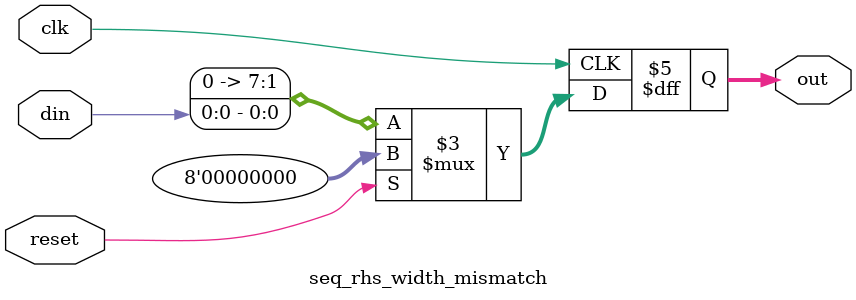
<source format=sv>

module seq_rhs_width_mismatch (
  output reg [7:0] out,
  input wire din,
  input wire clk,
  input wire reset
);
always_ff @(posedge clk)
if (reset) begin
  out = 8'b0;
end else begin
  out = din;
end
endmodule

</source>
